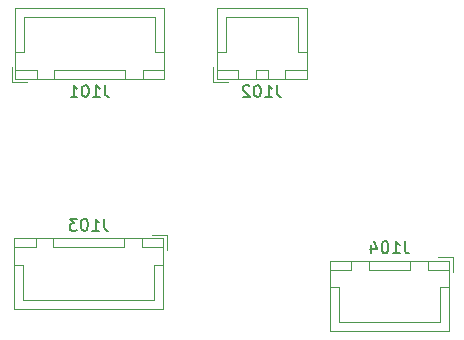
<source format=gbr>
G04 #@! TF.GenerationSoftware,KiCad,Pcbnew,(5.1.5)-3*
G04 #@! TF.CreationDate,2021-07-30T13:53:20+02:00*
G04 #@! TF.ProjectId,AnalogDrum_Mixer8,416e616c-6f67-4447-9275-6d5f4d697865,rev?*
G04 #@! TF.SameCoordinates,Original*
G04 #@! TF.FileFunction,Legend,Bot*
G04 #@! TF.FilePolarity,Positive*
%FSLAX46Y46*%
G04 Gerber Fmt 4.6, Leading zero omitted, Abs format (unit mm)*
G04 Created by KiCad (PCBNEW (5.1.5)-3) date 2021-07-30 13:53:20*
%MOMM*%
%LPD*%
G04 APERTURE LIST*
%ADD10C,0.120000*%
%ADD11C,0.150000*%
G04 APERTURE END LIST*
D10*
X86670000Y-114725000D02*
X86670000Y-115975000D01*
X85420000Y-114725000D02*
X86670000Y-114725000D01*
X77020000Y-120225000D02*
X81320000Y-120225000D01*
X77020000Y-117275000D02*
X77020000Y-120225000D01*
X76270000Y-117275000D02*
X77020000Y-117275000D01*
X85620000Y-120225000D02*
X81320000Y-120225000D01*
X85620000Y-117275000D02*
X85620000Y-120225000D01*
X86370000Y-117275000D02*
X85620000Y-117275000D01*
X76270000Y-115025000D02*
X78070000Y-115025000D01*
X76270000Y-115775000D02*
X76270000Y-115025000D01*
X78070000Y-115775000D02*
X76270000Y-115775000D01*
X78070000Y-115025000D02*
X78070000Y-115775000D01*
X84570000Y-115025000D02*
X86370000Y-115025000D01*
X84570000Y-115775000D02*
X84570000Y-115025000D01*
X86370000Y-115775000D02*
X84570000Y-115775000D01*
X86370000Y-115025000D02*
X86370000Y-115775000D01*
X79570000Y-115025000D02*
X83070000Y-115025000D01*
X79570000Y-115775000D02*
X79570000Y-115025000D01*
X83070000Y-115775000D02*
X79570000Y-115775000D01*
X83070000Y-115025000D02*
X83070000Y-115775000D01*
X76260000Y-115015000D02*
X86380000Y-115015000D01*
X76260000Y-120985000D02*
X76260000Y-115015000D01*
X86380000Y-120985000D02*
X76260000Y-120985000D01*
X86380000Y-115015000D02*
X86380000Y-120985000D01*
X62460000Y-112820000D02*
X62460000Y-114070000D01*
X61210000Y-112820000D02*
X62460000Y-112820000D01*
X50310000Y-118320000D02*
X55860000Y-118320000D01*
X50310000Y-115370000D02*
X50310000Y-118320000D01*
X49560000Y-115370000D02*
X50310000Y-115370000D01*
X61410000Y-118320000D02*
X55860000Y-118320000D01*
X61410000Y-115370000D02*
X61410000Y-118320000D01*
X62160000Y-115370000D02*
X61410000Y-115370000D01*
X49560000Y-113120000D02*
X51360000Y-113120000D01*
X49560000Y-113870000D02*
X49560000Y-113120000D01*
X51360000Y-113870000D02*
X49560000Y-113870000D01*
X51360000Y-113120000D02*
X51360000Y-113870000D01*
X60360000Y-113120000D02*
X62160000Y-113120000D01*
X60360000Y-113870000D02*
X60360000Y-113120000D01*
X62160000Y-113870000D02*
X60360000Y-113870000D01*
X62160000Y-113120000D02*
X62160000Y-113870000D01*
X52860000Y-113120000D02*
X58860000Y-113120000D01*
X52860000Y-113870000D02*
X52860000Y-113120000D01*
X58860000Y-113870000D02*
X52860000Y-113870000D01*
X58860000Y-113120000D02*
X58860000Y-113870000D01*
X49550000Y-113110000D02*
X62170000Y-113110000D01*
X49550000Y-119080000D02*
X49550000Y-113110000D01*
X62170000Y-119080000D02*
X49550000Y-119080000D01*
X62170000Y-113110000D02*
X62170000Y-119080000D01*
X49340000Y-99905000D02*
X49340000Y-98655000D01*
X50590000Y-99905000D02*
X49340000Y-99905000D01*
X61490000Y-94405000D02*
X55940000Y-94405000D01*
X61490000Y-97355000D02*
X61490000Y-94405000D01*
X62240000Y-97355000D02*
X61490000Y-97355000D01*
X50390000Y-94405000D02*
X55940000Y-94405000D01*
X50390000Y-97355000D02*
X50390000Y-94405000D01*
X49640000Y-97355000D02*
X50390000Y-97355000D01*
X62240000Y-99605000D02*
X60440000Y-99605000D01*
X62240000Y-98855000D02*
X62240000Y-99605000D01*
X60440000Y-98855000D02*
X62240000Y-98855000D01*
X60440000Y-99605000D02*
X60440000Y-98855000D01*
X51440000Y-99605000D02*
X49640000Y-99605000D01*
X51440000Y-98855000D02*
X51440000Y-99605000D01*
X49640000Y-98855000D02*
X51440000Y-98855000D01*
X49640000Y-99605000D02*
X49640000Y-98855000D01*
X58940000Y-99605000D02*
X52940000Y-99605000D01*
X58940000Y-98855000D02*
X58940000Y-99605000D01*
X52940000Y-98855000D02*
X58940000Y-98855000D01*
X52940000Y-99605000D02*
X52940000Y-98855000D01*
X62250000Y-99615000D02*
X49630000Y-99615000D01*
X62250000Y-93645000D02*
X62250000Y-99615000D01*
X49630000Y-93645000D02*
X62250000Y-93645000D01*
X49630000Y-99615000D02*
X49630000Y-93645000D01*
X66405000Y-99905000D02*
X66405000Y-98655000D01*
X67655000Y-99905000D02*
X66405000Y-99905000D01*
X73555000Y-94405000D02*
X70505000Y-94405000D01*
X73555000Y-97355000D02*
X73555000Y-94405000D01*
X74305000Y-97355000D02*
X73555000Y-97355000D01*
X67455000Y-94405000D02*
X70505000Y-94405000D01*
X67455000Y-97355000D02*
X67455000Y-94405000D01*
X66705000Y-97355000D02*
X67455000Y-97355000D01*
X74305000Y-99605000D02*
X72505000Y-99605000D01*
X74305000Y-98855000D02*
X74305000Y-99605000D01*
X72505000Y-98855000D02*
X74305000Y-98855000D01*
X72505000Y-99605000D02*
X72505000Y-98855000D01*
X68505000Y-99605000D02*
X66705000Y-99605000D01*
X68505000Y-98855000D02*
X68505000Y-99605000D01*
X66705000Y-98855000D02*
X68505000Y-98855000D01*
X66705000Y-99605000D02*
X66705000Y-98855000D01*
X71005000Y-99605000D02*
X70005000Y-99605000D01*
X71005000Y-98855000D02*
X71005000Y-99605000D01*
X70005000Y-98855000D02*
X71005000Y-98855000D01*
X70005000Y-99605000D02*
X70005000Y-98855000D01*
X74315000Y-99615000D02*
X66695000Y-99615000D01*
X74315000Y-93645000D02*
X74315000Y-99615000D01*
X66695000Y-93645000D02*
X74315000Y-93645000D01*
X66695000Y-99615000D02*
X66695000Y-93645000D01*
D11*
X82605714Y-113377380D02*
X82605714Y-114091666D01*
X82653333Y-114234523D01*
X82748571Y-114329761D01*
X82891428Y-114377380D01*
X82986666Y-114377380D01*
X81605714Y-114377380D02*
X82177142Y-114377380D01*
X81891428Y-114377380D02*
X81891428Y-113377380D01*
X81986666Y-113520238D01*
X82081904Y-113615476D01*
X82177142Y-113663095D01*
X80986666Y-113377380D02*
X80891428Y-113377380D01*
X80796190Y-113425000D01*
X80748571Y-113472619D01*
X80700952Y-113567857D01*
X80653333Y-113758333D01*
X80653333Y-113996428D01*
X80700952Y-114186904D01*
X80748571Y-114282142D01*
X80796190Y-114329761D01*
X80891428Y-114377380D01*
X80986666Y-114377380D01*
X81081904Y-114329761D01*
X81129523Y-114282142D01*
X81177142Y-114186904D01*
X81224761Y-113996428D01*
X81224761Y-113758333D01*
X81177142Y-113567857D01*
X81129523Y-113472619D01*
X81081904Y-113425000D01*
X80986666Y-113377380D01*
X79796190Y-113710714D02*
X79796190Y-114377380D01*
X80034285Y-113329761D02*
X80272380Y-114044047D01*
X79653333Y-114044047D01*
X57145714Y-111472380D02*
X57145714Y-112186666D01*
X57193333Y-112329523D01*
X57288571Y-112424761D01*
X57431428Y-112472380D01*
X57526666Y-112472380D01*
X56145714Y-112472380D02*
X56717142Y-112472380D01*
X56431428Y-112472380D02*
X56431428Y-111472380D01*
X56526666Y-111615238D01*
X56621904Y-111710476D01*
X56717142Y-111758095D01*
X55526666Y-111472380D02*
X55431428Y-111472380D01*
X55336190Y-111520000D01*
X55288571Y-111567619D01*
X55240952Y-111662857D01*
X55193333Y-111853333D01*
X55193333Y-112091428D01*
X55240952Y-112281904D01*
X55288571Y-112377142D01*
X55336190Y-112424761D01*
X55431428Y-112472380D01*
X55526666Y-112472380D01*
X55621904Y-112424761D01*
X55669523Y-112377142D01*
X55717142Y-112281904D01*
X55764761Y-112091428D01*
X55764761Y-111853333D01*
X55717142Y-111662857D01*
X55669523Y-111567619D01*
X55621904Y-111520000D01*
X55526666Y-111472380D01*
X54860000Y-111472380D02*
X54240952Y-111472380D01*
X54574285Y-111853333D01*
X54431428Y-111853333D01*
X54336190Y-111900952D01*
X54288571Y-111948571D01*
X54240952Y-112043809D01*
X54240952Y-112281904D01*
X54288571Y-112377142D01*
X54336190Y-112424761D01*
X54431428Y-112472380D01*
X54717142Y-112472380D01*
X54812380Y-112424761D01*
X54860000Y-112377142D01*
X57225714Y-100157380D02*
X57225714Y-100871666D01*
X57273333Y-101014523D01*
X57368571Y-101109761D01*
X57511428Y-101157380D01*
X57606666Y-101157380D01*
X56225714Y-101157380D02*
X56797142Y-101157380D01*
X56511428Y-101157380D02*
X56511428Y-100157380D01*
X56606666Y-100300238D01*
X56701904Y-100395476D01*
X56797142Y-100443095D01*
X55606666Y-100157380D02*
X55511428Y-100157380D01*
X55416190Y-100205000D01*
X55368571Y-100252619D01*
X55320952Y-100347857D01*
X55273333Y-100538333D01*
X55273333Y-100776428D01*
X55320952Y-100966904D01*
X55368571Y-101062142D01*
X55416190Y-101109761D01*
X55511428Y-101157380D01*
X55606666Y-101157380D01*
X55701904Y-101109761D01*
X55749523Y-101062142D01*
X55797142Y-100966904D01*
X55844761Y-100776428D01*
X55844761Y-100538333D01*
X55797142Y-100347857D01*
X55749523Y-100252619D01*
X55701904Y-100205000D01*
X55606666Y-100157380D01*
X54320952Y-101157380D02*
X54892380Y-101157380D01*
X54606666Y-101157380D02*
X54606666Y-100157380D01*
X54701904Y-100300238D01*
X54797142Y-100395476D01*
X54892380Y-100443095D01*
X71790714Y-100157380D02*
X71790714Y-100871666D01*
X71838333Y-101014523D01*
X71933571Y-101109761D01*
X72076428Y-101157380D01*
X72171666Y-101157380D01*
X70790714Y-101157380D02*
X71362142Y-101157380D01*
X71076428Y-101157380D02*
X71076428Y-100157380D01*
X71171666Y-100300238D01*
X71266904Y-100395476D01*
X71362142Y-100443095D01*
X70171666Y-100157380D02*
X70076428Y-100157380D01*
X69981190Y-100205000D01*
X69933571Y-100252619D01*
X69885952Y-100347857D01*
X69838333Y-100538333D01*
X69838333Y-100776428D01*
X69885952Y-100966904D01*
X69933571Y-101062142D01*
X69981190Y-101109761D01*
X70076428Y-101157380D01*
X70171666Y-101157380D01*
X70266904Y-101109761D01*
X70314523Y-101062142D01*
X70362142Y-100966904D01*
X70409761Y-100776428D01*
X70409761Y-100538333D01*
X70362142Y-100347857D01*
X70314523Y-100252619D01*
X70266904Y-100205000D01*
X70171666Y-100157380D01*
X69457380Y-100252619D02*
X69409761Y-100205000D01*
X69314523Y-100157380D01*
X69076428Y-100157380D01*
X68981190Y-100205000D01*
X68933571Y-100252619D01*
X68885952Y-100347857D01*
X68885952Y-100443095D01*
X68933571Y-100585952D01*
X69505000Y-101157380D01*
X68885952Y-101157380D01*
M02*

</source>
